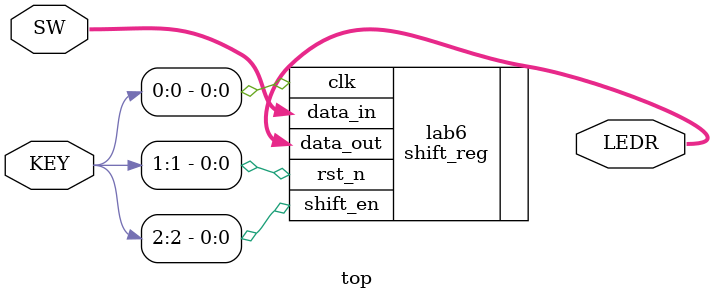
<source format=v>
module top (
    input wire [9:0] SW,        // DE-series switches
    input wire [3:0] KEY,       // DE-series pushbuttons
    output wire [9:0] LEDR      // DE-series LEDs
);

    shift_reg lab6 (
    .clk(KEY[0]),
    .rst_n(KEY[1]),
    .data_in(SW[9:0]),
    .shift_en(KEY[2]),
    .data_out(LEDR[9:0])
);

endmodule

</source>
